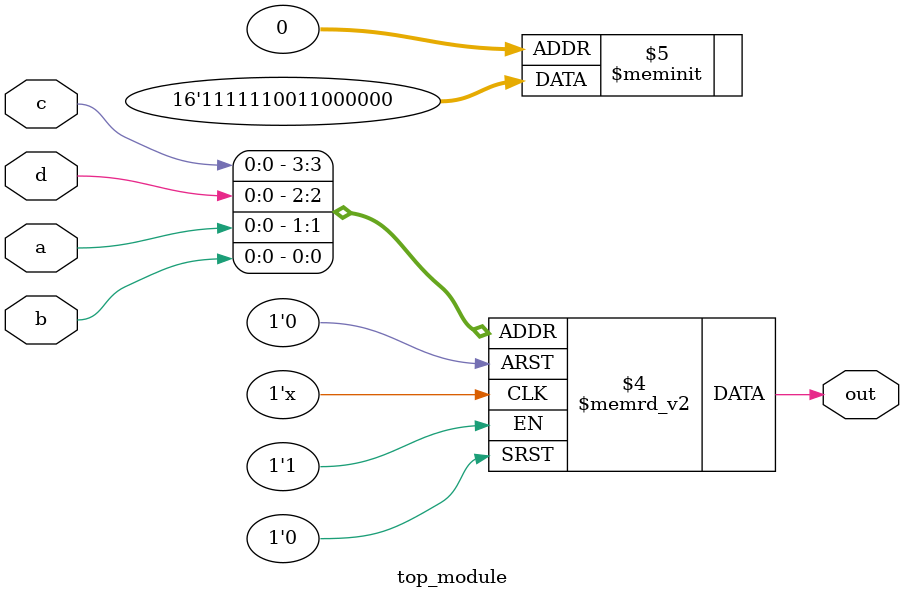
<source format=sv>
module top_module (
	input a, 
	input b,
	input c,
	input d,
	output reg out
);

always @(*) begin
	case ({c,d,a,b})
		4'b0000: out = 1'b0;
		4'b0001: out = 1'b0; // Don't-care can be 0 for convenience
		4'b0010: out = 1'b0; // Don't-care can be 1 for convenience
		4'b0011: out = 1'b0; // Don't-care can be 1 for convenience
		4'b0100: out = 1'b0;
		4'b0101: out = 1'b0;
		4'b0110: out = 1'b1;
		4'b0111: out = 1'b1;
		4'b1000: out = 1'b0;
		4'b1001: out = 1'b0; // Don't-care can be 0 for convenience
		4'b1010: out = 1'b1;
		4'b1011: out = 1'b1;
		4'b1100: out = 1'b1;
		4'b1101: out = 1'b1;
		4'b1110: out = 1'b1;
		4'b1111: out = 1'b1;
		default: out = 1'b0; // Default case to handle any unforeseen input
	endcase
end

endmodule

</source>
